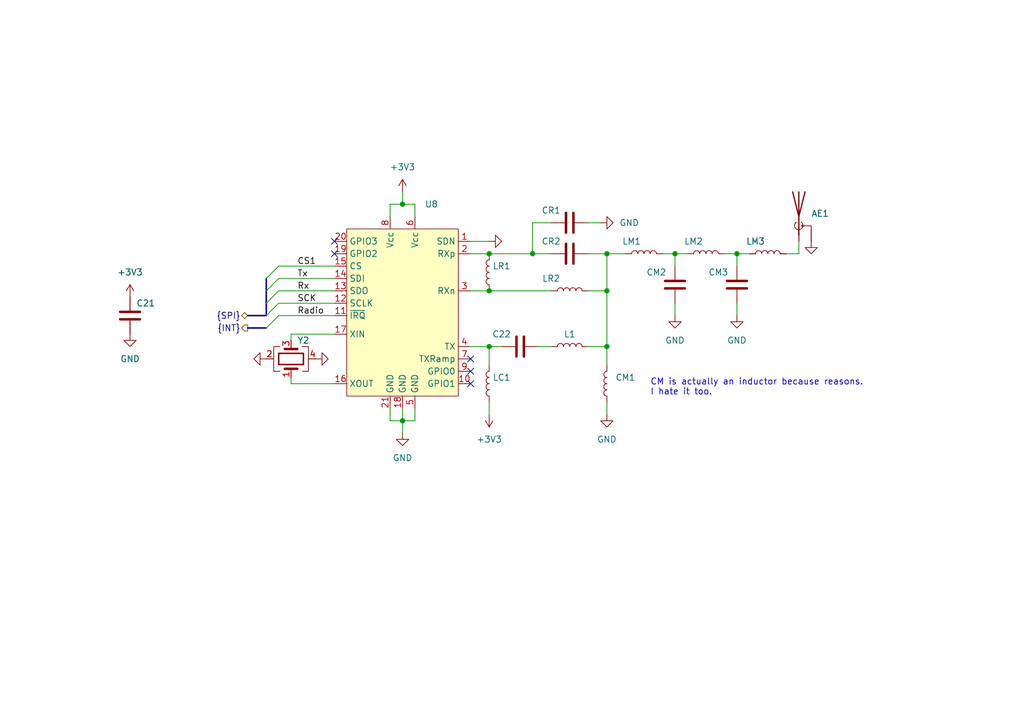
<source format=kicad_sch>
(kicad_sch (version 20211123) (generator eeschema)
  (paper "A5")
  (title_block (title "Pheonix Radio") (comment 1 "2022-10-26 WH"))
  (lib_symbols
    (symbol "Device:Antenna_Shield" (pin_numbers hide) (pin_names (offset 1.016) hide)
      (property "Reference" "AE" (at -1.905 4.445 0))
      (property "Value" "Antenna_Shield" (at -1.905 2.54 0))
      (symbol "Antenna_Shield_0_1"
        (arc (start -0.508 -1.143) (mid -0.8429 -2.1194) (end 0 -2.667))
        (arc (start 0 -2.667) (mid 0.7989 -2.1052) (end 0.508 -1.143))
        (polyline (pts (xy 0 -2.54) (xy 0 0)))
        (polyline (pts (xy 0 5.08) (xy 0 -3.81)) (stroke (width 0.254)))
        (polyline (pts (xy 0.762 -1.905) (xy 2.54 -1.905)))
        (polyline (pts (xy 2.54 -2.54) (xy 2.54 -1.905)))
        (polyline (pts (xy 1.27 5.08) (xy 0 0) (xy -1.27 5.08)) (stroke (width 0.254)))
        (circle (center 0.762 -1.905) (radius 0.1778) (fill (type outline)))
      )
      (symbol "Antenna_Shield_1_1"
        (pin input line (at 0 -5.08 90) (length 2.54) (name "A") (number "1"))
        (pin input line (at 2.54 -5.08 90) (length 2.54) (name "Shield") (number "2"))
      )
    )
    (symbol "Device:C" (pin_numbers hide) (pin_names (offset 0.254))
      (property "Reference" "C" (at 0.635 2.54 0))
      (property "Value" "C" (at 0.635 -2.54 0))
      (symbol "C_0_1"
        (polyline (pts (xy -2.032 -0.762) (xy 2.032 -0.762)) (stroke (width 0.508)))
        (polyline (pts (xy -2.032 0.762) (xy 2.032 0.762)) (stroke (width 0.508)))
      )
      (symbol "C_1_1"
        (pin passive line (at 0 3.81 270) (length 2.794) (name "~") (number "1"))
        (pin passive line (at 0 -3.81 90) (length 2.794) (name "~") (number "2"))
      )
    )
    (symbol "Device:Crystal_GND24" (pin_names (offset 1.016) hide)
      (property "Reference" "Y" (at 3.175 5.08 0))
      (property "Value" "Crystal_GND24" (at 3.175 3.175 0))
      (symbol "Crystal_GND24_0_1"
        (rectangle (start -1.143 2.54) (end 1.143 -2.54) (stroke (width 0.3048)))
        (polyline (pts (xy -2.54 0) (xy -2.032 0)))
        (polyline (pts (xy -2.032 -1.27) (xy -2.032 1.27)) (stroke (width 0.508)))
        (polyline (pts (xy 0 -3.81) (xy 0 -3.556)))
        (polyline (pts (xy 0 3.556) (xy 0 3.81)))
        (polyline (pts (xy 2.032 -1.27) (xy 2.032 1.27)) (stroke (width 0.508)))
        (polyline (pts (xy 2.032 0) (xy 2.54 0)))
        (polyline (pts (xy -2.54 -2.286) (xy -2.54 -3.556) (xy 2.54 -3.556) (xy 2.54 -2.286)))
        (polyline (pts (xy -2.54 2.286) (xy -2.54 3.556) (xy 2.54 3.556) (xy 2.54 2.286)))
      )
      (symbol "Crystal_GND24_1_1"
        (pin passive line (at -3.81 0 0) (length 1.27) (name "1") (number "1"))
        (pin passive line (at 0 5.08 270) (length 1.27) (name "2") (number "2"))
        (pin passive line (at 3.81 0 180) (length 1.27) (name "3") (number "3"))
        (pin passive line (at 0 -5.08 90) (length 1.27) (name "4") (number "4"))
      )
    )
    (symbol "Device:L" (pin_numbers hide) (pin_names (offset 1.016) hide)
      (property "Reference" "L" (at -1.27 0 90))
      (property "Value" "L" (at 1.905 0 90))
      (symbol "L_0_1"
        (arc (start 0 -2.54) (mid 0.635 -1.905) (end 0 -1.27))
        (arc (start 0 -1.27) (mid 0.635 -0.635) (end 0 0))
        (arc (start 0 0) (mid 0.635 0.635) (end 0 1.27))
        (arc (start 0 1.27) (mid 0.635 1.905) (end 0 2.54))
      )
      (symbol "L_1_1"
        (pin passive line (at 0 3.81 270) (length 1.27) (name "1") (number "1"))
        (pin passive line (at 0 -3.81 90) (length 1.27) (name "2") (number "2"))
      )
    )
    (symbol "YAR_Comms:Si4468{slash}7"
      (property "Reference" "U" (at 0 3.81 0))
      (property "Value" "Si4468{slash}7" (at 0 0 0))
      (symbol "Si4468{slash}7_0_1"
        (rectangle (start -11.43 11.43) (end 11.43 -22.86) (fill (type background)))
      )
      (symbol "Si4468{slash}7_1_1"
        (pin input line (at 13.97 8.89 180) (length 2.54) (name "SDN") (number "1"))
        (pin output line (at 13.97 -20.32 180) (length 2.54) (name "GPIO1") (number "10"))
        (pin output line (at -13.97 -6.35 0) (length 2.54) (name "~{IRQ}") (number "11"))
        (pin input line (at -13.97 -3.81 0) (length 2.54) (name "SCLK") (number "12"))
        (pin output line (at -13.97 -1.27 0) (length 2.54) (name "SDO") (number "13"))
        (pin input line (at -13.97 1.27 0) (length 2.54) (name "SDI") (number "14"))
        (pin input line (at -13.97 3.81 0) (length 2.54) (name "CS") (number "15"))
        (pin output line (at -13.97 -20.32 0) (length 2.54) (name "XOUT") (number "16"))
        (pin output line (at -13.97 -10.16 0) (length 2.54) (name "XIN") (number "17"))
        (pin output line (at 0 -25.4 90) (length 2.54) (name "GND") (number "18"))
        (pin output line (at -13.97 6.35 0) (length 2.54) (name "GPIO2") (number "19"))
        (pin input line (at 13.97 6.35 180) (length 2.54) (name "RXp") (number "2"))
        (pin output line (at -13.97 8.89 0) (length 2.54) (name "GPIO3") (number "20"))
        (pin output line (at -2.54 -25.4 90) (length 2.54) (name "GND") (number "21"))
        (pin input line (at 13.97 -1.27 180) (length 2.54) (name "RXn") (number "3"))
        (pin output line (at 13.97 -12.7 180) (length 2.54) (name "TX") (number "4"))
        (pin output line (at 2.54 -25.4 90) (length 2.54) (name "GND") (number "5"))
        (pin output line (at 2.54 13.97 270) (length 2.54) (name "Vcc") (number "6"))
        (pin output line (at 13.97 -15.24 180) (length 2.54) (name "TXRamp") (number "7"))
        (pin output line (at -2.54 13.97 270) (length 2.54) (name "Vcc") (number "8"))
        (pin output line (at 13.97 -17.78 180) (length 2.54) (name "GPIO0") (number "9"))
      )
    )
    (symbol "power:+3.3V" (power) (pin_names (offset 0))
      (property "Value" "+3.3V" (at 0 3.556 0))
      (symbol "+3.3V_0_1"
        (polyline (pts (xy -0.762 1.27) (xy 0 2.54)))
        (polyline (pts (xy 0 0) (xy 0 2.54)))
        (polyline (pts (xy 0 2.54) (xy 0.762 1.27)))
      )
      (symbol "+3.3V_1_1"
        (pin power_in line (at 0 0 90) (length 0) hide (name "+3V3") (number "1"))
      )
    )
    (symbol "power:GND" (power) (pin_names (offset 0))
      (property "Value" "GND" (at 0 -3.81 0))
      (symbol "GND_0_1"
        (polyline (pts (xy 0 0) (xy 0 -1.27) (xy 1.27 -1.27) (xy 0 -2.54) (xy -1.27 -1.27) (xy 0 -1.27)))
      )
      (symbol "GND_1_1"
        (pin power_in line (at 0 0 270) (length 0) hide (name "GND") (number "1"))
      )
    )
  )
  (junction (at 124.46 71.12))
  (junction (at 82.55 41.91))
  (junction (at 138.43 52.07))
  (junction (at 100.33 59.69))
  (junction (at 124.46 59.69))
  (junction (at 124.46 52.07))
  (junction (at 151.13 52.07))
  (junction (at 100.33 71.12))
  (junction (at 100.33 52.07))
  (junction (at 82.55 86.36))
  (junction (at 109.22 52.07))
  (no_connect (at 96.52 78.74))
  (no_connect (at 96.52 76.2))
  (no_connect (at 68.58 52.07))
  (no_connect (at 68.58 49.53))
  (no_connect (at 96.52 73.66))
  (bus_entry (at 54.61 64.77) (size 2.54 -2.54))
  (bus_entry (at 54.61 59.69) (size 2.54 -2.54))
  (bus_entry (at 54.61 57.15) (size 2.54 -2.54))
  (bus_entry (at 54.61 67.31) (size 2.54 -2.54))
  (bus_entry (at 54.61 62.23) (size 2.54 -2.54))
  (wire (pts (xy 57.15 54.61) (xy 68.58 54.61)))
  (wire (pts (xy 109.22 52.07) (xy 113.03 52.07)))
  (wire (pts (xy 96.52 49.53) (xy 100.33 49.53)))
  (bus (pts (xy 54.61 59.69) (xy 54.61 62.23)))
  (wire (pts (xy 68.58 68.58) (xy 59.69 68.58)))
  (wire (pts (xy 120.65 71.12) (xy 124.46 71.12)))
  (wire (pts (xy 100.33 52.07) (xy 109.22 52.07)))
  (wire (pts (xy 109.22 45.72) (xy 113.03 45.72)))
  (wire (pts (xy 85.09 41.91) (xy 85.09 44.45)))
  (wire (pts (xy 148.59 52.07) (xy 151.13 52.07)))
  (wire (pts (xy 80.01 41.91) (xy 82.55 41.91)))
  (wire (pts (xy 82.55 41.91) (xy 85.09 41.91)))
  (wire (pts (xy 59.69 77.47) (xy 59.69 78.74)))
  (wire (pts (xy 82.55 39.37) (xy 82.55 41.91)))
  (wire (pts (xy 124.46 71.12) (xy 124.46 74.93)))
  (wire (pts (xy 120.65 59.69) (xy 124.46 59.69)))
  (wire (pts (xy 138.43 52.07) (xy 140.97 52.07)))
  (wire (pts (xy 120.65 45.72) (xy 123.19 45.72)))
  (wire (pts (xy 80.01 44.45) (xy 80.01 41.91)))
  (wire (pts (xy 96.52 59.69) (xy 100.33 59.69)))
  (wire (pts (xy 100.33 71.12) (xy 102.87 71.12)))
  (bus (pts (xy 54.61 57.15) (xy 54.61 59.69)))
  (wire (pts (xy 138.43 62.23) (xy 138.43 64.77)))
  (wire (pts (xy 124.46 59.69) (xy 124.46 71.12)))
  (bus (pts (xy 54.61 62.23) (xy 54.61 64.77)))
  (wire (pts (xy 82.55 86.36) (xy 82.55 83.82)))
  (wire (pts (xy 80.01 83.82) (xy 80.01 86.36)))
  (wire (pts (xy 100.33 59.69) (xy 113.03 59.69)))
  (wire (pts (xy 120.65 52.07) (xy 124.46 52.07)))
  (wire (pts (xy 82.55 86.36) (xy 85.09 86.36)))
  (wire (pts (xy 163.83 52.07) (xy 163.83 49.53)))
  (wire (pts (xy 59.69 68.58) (xy 59.69 69.85)))
  (wire (pts (xy 151.13 52.07) (xy 153.67 52.07)))
  (wire (pts (xy 161.29 52.07) (xy 163.83 52.07)))
  (wire (pts (xy 151.13 52.07) (xy 151.13 54.61)))
  (bus (pts (xy 50.8 64.77) (xy 54.61 64.77)))
  (wire (pts (xy 110.49 71.12) (xy 113.03 71.12)))
  (wire (pts (xy 100.33 74.93) (xy 100.33 71.12)))
  (wire (pts (xy 109.22 45.72) (xy 109.22 52.07)))
  (wire (pts (xy 57.15 59.69) (xy 68.58 59.69)))
  (wire (pts (xy 124.46 52.07) (xy 124.46 59.69)))
  (wire (pts (xy 96.52 52.07) (xy 100.33 52.07)))
  (wire (pts (xy 151.13 62.23) (xy 151.13 64.77)))
  (wire (pts (xy 57.15 57.15) (xy 68.58 57.15)))
  (wire (pts (xy 100.33 82.55) (xy 100.33 85.09)))
  (wire (pts (xy 96.52 71.12) (xy 100.33 71.12)))
  (wire (pts (xy 57.15 64.77) (xy 68.58 64.77)))
  (wire (pts (xy 135.89 52.07) (xy 138.43 52.07)))
  (wire (pts (xy 59.69 78.74) (xy 68.58 78.74)))
  (wire (pts (xy 124.46 52.07) (xy 128.27 52.07)))
  (bus (pts (xy 50.8 67.31) (xy 54.61 67.31)))
  (wire (pts (xy 57.15 62.23) (xy 68.58 62.23)))
  (wire (pts (xy 124.46 82.55) (xy 124.46 85.09)))
  (wire (pts (xy 138.43 52.07) (xy 138.43 54.61)))
  (wire (pts (xy 82.55 86.36) (xy 82.55 88.9)))
  (wire (pts (xy 80.01 86.36) (xy 82.55 86.36)))
  (wire (pts (xy 85.09 86.36) (xy 85.09 83.82)))
  (text "CM is actually an inductor because reasons.\nI hate it too." (at 133.35 81.28 0) (effects (font (size 1.27 1.27)) (justify left bottom)))
  (label "Radio" (at 60.96 64.77 0))
  (label "CS1" (at 60.96 54.61 0))
  (label "Rx" (at 60.96 59.69 0))
  (label "SCK" (at 60.96 62.23 0))
  (label "Tx" (at 60.96 57.15 0))
  (hierarchical_label "{SPI}" (shape bidirectional) (at 50.8 64.77 180))
  (hierarchical_label "{INT}" (shape output) (at 50.8 67.31 180))
  (symbol (lib_id "Device:C") (at 116.84 45.72 90) (mirror x) (unit 1)
    (property "Reference" "CR1" (at 113.03 43.18 90))
  )
  (symbol (lib_id "Device:Antenna_Shield") (at 163.83 44.45 0) (unit 1)
    (property "Reference" "AE1" (at 166.37 43.8149 0) (effects (justify left)))
  )
  (symbol (lib_id "Device:L") (at 144.78 52.07 270) (mirror x) (unit 1)
    (property "Reference" "LM2" (at 142.24 49.53 90))
  )
  (symbol (lib_id "power:GND") (at 100.33 49.53 90) (unit 1)
    (property "Reference" "#PWR?" (effects hide))
  )
  (symbol (lib_id "Device:L") (at 100.33 78.74 180) (unit 1)
    (property "Reference" "LC1" (at 102.87 77.47 0))
  )
  (symbol (lib_id "power:GND") (at 54.61 73.66 270) (unit 1)
    (property "Reference" "#PWR?" (effects hide))
  )
  (symbol (lib_id "power:GND") (at 166.37 49.53 0) (unit 1)
    (property "Reference" "#PWR?" (effects hide))
  )
  (symbol (lib_id "Device:L") (at 116.84 71.12 90) (unit 1)
    (property "Reference" "L1" (at 116.84 68.58 90))
  )
  (symbol (lib_id "Device:L") (at 116.84 59.69 270) (mirror x) (unit 1)
    (property "Reference" "LR2" (at 113.03 57.15 90))
  )
  (symbol (lib_id "power:GND") (at 151.13 64.77 0) (unit 1)
    (property "Reference" "#PWR?" (effects hide))
  )
  (symbol (lib_id "Device:L") (at 100.33 55.88 180) (unit 1)
    (property "Reference" "LR1" (at 102.87 54.61 0))
  )
  (symbol (lib_id "Device:L") (at 157.48 52.07 270) (mirror x) (unit 1)
    (property "Reference" "LM3" (at 154.94 49.53 90))
  )
  (symbol (lib_id "Device:C") (at 106.68 71.12 270) (mirror x) (unit 1)
    (property "Reference" "C22" (at 102.87 68.58 90))
  )
  (symbol (lib_id "Device:Crystal_GND24") (at 59.69 73.66 90) (unit 1)
    (property "Reference" "Y2" (at 60.96 69.85 90) (effects (justify right)))
  )
  (symbol (lib_id "Device:L") (at 124.46 78.74 180) (unit 1)
    (property "Reference" "CM1" (at 128.27 77.47 0))
  )
  (symbol (lib_id "power:GND") (at 64.77 73.66 90) (unit 1)
    (property "Reference" "#PWR?" (effects hide))
  )
  (symbol (lib_id "power:GND") (at 138.43 64.77 0) (unit 1)
    (property "Reference" "#PWR?" (effects hide))
  )
  (symbol (lib_id "power:+3.3V") (at 82.55 39.37 0) (unit 1)
    (property "Reference" "#PWR?" (effects hide))
  )
  (symbol (lib_id "power:GND") (at 26.67 68.58 0) (unit 1)
    (property "Reference" "#PWR?" (effects hide))
  )
  (symbol (lib_id "Device:L") (at 132.08 52.07 270) (mirror x) (unit 1)
    (property "Reference" "LM1" (at 129.54 49.53 90))
  )
  (symbol (lib_id "Device:C") (at 138.43 58.42 0) (mirror y) (unit 1)
    (property "Reference" "CM2" (at 134.62 55.88 0))
  )
  (symbol (lib_id "power:GND") (at 123.19 45.72 90) (unit 1)
    (property "Reference" "#PWR?" (effects hide))
  )
  (symbol (lib_id "power:GND") (at 124.46 85.09 0) (unit 1)
    (property "Reference" "#PWR?" (effects hide))
  )
  (symbol (lib_id "Device:C") (at 151.13 58.42 0) (mirror y) (unit 1)
    (property "Reference" "CM3" (at 147.32 55.88 0))
  )
  (symbol (lib_id "power:+3.3V") (at 100.33 85.09 180) (unit 1)
    (property "Reference" "#PWR?" (effects hide))
  )
  (symbol (lib_id "Device:C") (at 116.84 52.07 90) (mirror x) (unit 1)
    (property "Reference" "CR2" (at 113.03 49.53 90))
  )
  (symbol (lib_id "YAR_Comms:Si4468{slash}7") (at 82.55 58.42 0) (unit 1)
    (property "Reference" "U8" (at 87.1094 41.91 0) (effects (justify left)))
  )
  (symbol (lib_id "power:GND") (at 82.55 88.9 0) (unit 1)
    (property "Reference" "#PWR?" (effects hide))
  )
  (symbol (lib_id "power:+3.3V") (at 26.67 60.96 0) (unit 1)
    (property "Reference" "#PWR?" (effects hide))
  )
  (symbol (lib_id "Device:C") (at 26.67 64.77 0) (unit 1)
    (property "Reference" "C21" (at 27.94 62.23 0) (effects (justify left)))
    (property "LCSC" "C14663" (effects hide))
    (property "JLC" "0603" (effects hide))
  )
)
</source>
